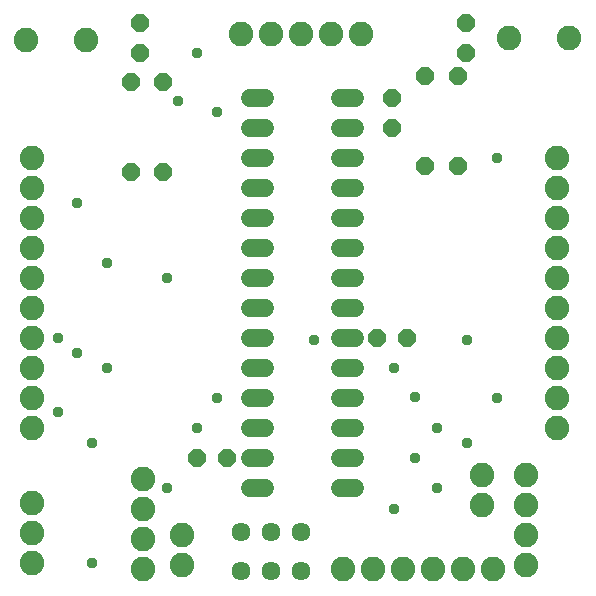
<source format=gbr>
G04 EAGLE Gerber RS-274X export*
G75*
%MOMM*%
%FSLAX34Y34*%
%LPD*%
%INSoldermask Bottom*%
%IPPOS*%
%AMOC8*
5,1,8,0,0,1.08239X$1,22.5*%
G01*
%ADD10P,1.649562X8X292.500000*%
%ADD11P,1.649562X8X202.500000*%
%ADD12P,1.649562X8X22.500000*%
%ADD13P,1.649562X8X112.500000*%
%ADD14C,1.524000*%
%ADD15C,2.082800*%
%ADD16C,1.611200*%
%ADD17C,0.959600*%


D10*
X330200Y419100D03*
X330200Y393700D03*
D11*
X190500Y114300D03*
X165100Y114300D03*
D12*
X317500Y215900D03*
X342900Y215900D03*
D10*
X392430Y482600D03*
X392430Y457200D03*
X116840Y482600D03*
X116840Y457200D03*
D13*
X358140Y361950D03*
X358140Y438150D03*
X135890Y356870D03*
X135890Y433070D03*
D10*
X386080Y438150D03*
X386080Y361950D03*
X109220Y433070D03*
X109220Y356870D03*
D14*
X209296Y419100D02*
X222504Y419100D01*
X222504Y393700D02*
X209296Y393700D01*
X209296Y368300D02*
X222504Y368300D01*
X222504Y342900D02*
X209296Y342900D01*
X209296Y317500D02*
X222504Y317500D01*
X222504Y292100D02*
X209296Y292100D01*
X209296Y266700D02*
X222504Y266700D01*
X222504Y241300D02*
X209296Y241300D01*
X209296Y215900D02*
X222504Y215900D01*
X222504Y190500D02*
X209296Y190500D01*
X209296Y165100D02*
X222504Y165100D01*
X222504Y139700D02*
X209296Y139700D01*
X209296Y114300D02*
X222504Y114300D01*
X222504Y88900D02*
X209296Y88900D01*
X285496Y88900D02*
X298704Y88900D01*
X298704Y114300D02*
X285496Y114300D01*
X285496Y139700D02*
X298704Y139700D01*
X298704Y165100D02*
X285496Y165100D01*
X285496Y190500D02*
X298704Y190500D01*
X298704Y215900D02*
X285496Y215900D01*
X285496Y241300D02*
X298704Y241300D01*
X298704Y266700D02*
X285496Y266700D01*
X285496Y292100D02*
X298704Y292100D01*
X298704Y317500D02*
X285496Y317500D01*
X285496Y342900D02*
X298704Y342900D01*
X298704Y368300D02*
X285496Y368300D01*
X285496Y393700D02*
X298704Y393700D01*
X298704Y419100D02*
X285496Y419100D01*
D15*
X406400Y100330D03*
X406400Y74930D03*
X469900Y368300D03*
X469900Y342900D03*
X469900Y317500D03*
X469900Y292100D03*
X469900Y266700D03*
X469900Y241300D03*
X469900Y215900D03*
X469900Y190500D03*
X469900Y165100D03*
X469900Y139700D03*
X25400Y241300D03*
X25400Y215900D03*
X25400Y190500D03*
X25400Y165100D03*
X25400Y139700D03*
X25400Y368300D03*
X25400Y342900D03*
X25400Y317500D03*
X25400Y292100D03*
X25400Y266700D03*
X25400Y25400D03*
X25400Y76200D03*
X25400Y50800D03*
X152400Y24130D03*
X152400Y49530D03*
D16*
X202330Y19060D03*
X227330Y19060D03*
X252330Y19060D03*
X252330Y52060D03*
X227330Y52060D03*
X202330Y52060D03*
D15*
X119380Y20320D03*
X119380Y45720D03*
X119380Y71120D03*
X119380Y96520D03*
X415290Y20320D03*
X389890Y20320D03*
X364490Y20320D03*
X339090Y20320D03*
X313690Y20320D03*
X288290Y20320D03*
X201930Y473710D03*
X227330Y473710D03*
X252730Y473710D03*
X278130Y473710D03*
X303530Y473710D03*
X443230Y24130D03*
X443230Y49530D03*
X443230Y74930D03*
X443230Y100330D03*
X429260Y469900D03*
X480060Y469900D03*
X71120Y468630D03*
X20320Y468630D03*
D17*
X331470Y71120D03*
X331470Y190500D03*
X46990Y215900D03*
X46990Y153670D03*
X76200Y25400D03*
X76200Y127000D03*
X419100Y165100D03*
X419100Y368300D03*
X63500Y203200D03*
X63500Y330200D03*
X148590Y416560D03*
X165100Y139700D03*
X165100Y457200D03*
X181610Y165100D03*
X181610Y407670D03*
X349250Y166370D03*
X349250Y114300D03*
X368300Y139700D03*
X368300Y88900D03*
X264160Y214630D03*
X88900Y279400D03*
X88900Y190500D03*
X139700Y88900D03*
X139700Y266700D03*
X393700Y127000D03*
X393700Y214630D03*
M02*

</source>
